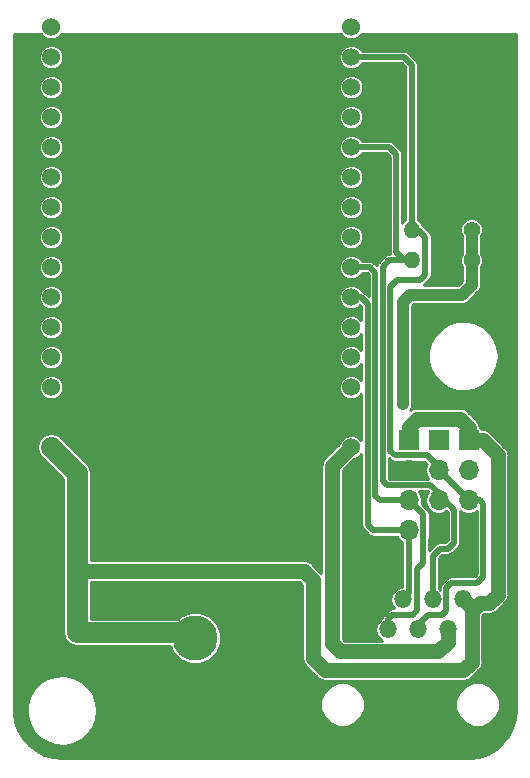
<source format=gbr>
G04 #@! TF.GenerationSoftware,KiCad,Pcbnew,5.0.2-bee76a0~70~ubuntu18.04.1*
G04 #@! TF.CreationDate,2019-09-06T11:31:54+02:00*
G04 #@! TF.ProjectId,respira_fiware,72657370-6972-4615-9f66-69776172652e,1.0*
G04 #@! TF.SameCoordinates,Original*
G04 #@! TF.FileFunction,Copper,L1,Top*
G04 #@! TF.FilePolarity,Positive*
%FSLAX46Y46*%
G04 Gerber Fmt 4.6, Leading zero omitted, Abs format (unit mm)*
G04 Created by KiCad (PCBNEW 5.0.2-bee76a0~70~ubuntu18.04.1) date vie 06 sep 2019 11:31:54 CEST*
%MOMM*%
%LPD*%
G01*
G04 APERTURE LIST*
G04 #@! TA.AperFunction,ComponentPad*
%ADD10C,3.810000*%
G04 #@! TD*
G04 #@! TA.AperFunction,ComponentPad*
%ADD11C,1.600000*%
G04 #@! TD*
G04 #@! TA.AperFunction,ComponentPad*
%ADD12O,1.700000X1.700000*%
G04 #@! TD*
G04 #@! TA.AperFunction,ComponentPad*
%ADD13R,1.700000X1.700000*%
G04 #@! TD*
G04 #@! TA.AperFunction,ComponentPad*
%ADD14O,1.496060X1.496060*%
G04 #@! TD*
G04 #@! TA.AperFunction,ComponentPad*
%ADD15C,1.400000*%
G04 #@! TD*
G04 #@! TA.AperFunction,ComponentPad*
%ADD16O,1.400000X1.400000*%
G04 #@! TD*
G04 #@! TA.AperFunction,ComponentPad*
%ADD17C,1.524000*%
G04 #@! TD*
G04 #@! TA.AperFunction,ViaPad*
%ADD18C,0.876300*%
G04 #@! TD*
G04 #@! TA.AperFunction,Conductor*
%ADD19C,1.778000*%
G04 #@! TD*
G04 #@! TA.AperFunction,Conductor*
%ADD20C,1.270000*%
G04 #@! TD*
G04 #@! TA.AperFunction,Conductor*
%ADD21C,1.016000*%
G04 #@! TD*
G04 #@! TA.AperFunction,Conductor*
%ADD22C,0.508000*%
G04 #@! TD*
G04 #@! TA.AperFunction,Conductor*
%ADD23C,0.254000*%
G04 #@! TD*
G04 APERTURE END LIST*
D10*
G04 #@! TO.P,J1,1*
G04 #@! TO.N,+5V*
X84682860Y-109374600D03*
G04 #@! TO.P,J1,2*
G04 #@! TO.N,GND*
X89684120Y-109374600D03*
G04 #@! TD*
D11*
G04 #@! TO.P,C1,1*
G04 #@! TO.N,+5V*
X74700000Y-108900000D03*
G04 #@! TO.P,C1,2*
G04 #@! TO.N,GND*
X72200000Y-108900000D03*
G04 #@! TD*
G04 #@! TO.P,C2,2*
G04 #@! TO.N,GND*
X72200000Y-105600000D03*
G04 #@! TO.P,C2,1*
G04 #@! TO.N,+5V*
X74700000Y-105600000D03*
G04 #@! TD*
D12*
G04 #@! TO.P,J2,4*
G04 #@! TO.N,/RXD2*
X102776248Y-100252448D03*
G04 #@! TO.P,J2,3*
G04 #@! TO.N,/TXD2*
X102776248Y-97712448D03*
G04 #@! TO.P,J2,2*
G04 #@! TO.N,GND*
X102776248Y-95172448D03*
D13*
G04 #@! TO.P,J2,1*
G04 #@! TO.N,+5V*
X102776248Y-92632448D03*
G04 #@! TD*
G04 #@! TO.P,J3,1*
G04 #@! TO.N,Net-(J3-Pad1)*
X105316248Y-92632448D03*
D12*
G04 #@! TO.P,J3,2*
G04 #@! TO.N,/I2C_SCL*
X105316248Y-95172448D03*
G04 #@! TO.P,J3,3*
G04 #@! TO.N,/I2C_SDA*
X105316248Y-97712448D03*
G04 #@! TO.P,J3,4*
G04 #@! TO.N,GND*
X105316248Y-100252448D03*
G04 #@! TD*
D14*
G04 #@! TO.P,J4,8*
G04 #@! TO.N,+5V*
X107345000Y-106110000D03*
G04 #@! TO.P,J4,7*
G04 #@! TO.N,+3V3*
X106075000Y-108650000D03*
G04 #@! TO.P,J4,6*
G04 #@! TO.N,/I2C_SDA*
X104805000Y-106110000D03*
G04 #@! TO.P,J4,4*
G04 #@! TO.N,/RXD2*
X102265000Y-106110000D03*
G04 #@! TO.P,J4,2*
G04 #@! TO.N,GND*
X99725000Y-106110000D03*
G04 #@! TO.P,J4,5*
G04 #@! TO.N,/I2C_SCL*
X103535000Y-108650000D03*
G04 #@! TO.P,J4,3*
G04 #@! TO.N,/TXD2*
X100995000Y-108650000D03*
G04 #@! TO.P,J4,1*
G04 #@! TO.N,GND*
X98455000Y-108650000D03*
G04 #@! TD*
D13*
G04 #@! TO.P,J5,1*
G04 #@! TO.N,+5V*
X107856248Y-92632448D03*
D12*
G04 #@! TO.P,J5,2*
G04 #@! TO.N,/I2C_SDA*
X107856248Y-95172448D03*
G04 #@! TO.P,J5,3*
G04 #@! TO.N,/I2C_SCL*
X107856248Y-97712448D03*
G04 #@! TO.P,J5,4*
G04 #@! TO.N,GND*
X107856248Y-100252448D03*
G04 #@! TO.P,J5,5*
X107856248Y-102792448D03*
G04 #@! TD*
D15*
G04 #@! TO.P,R1,1*
G04 #@! TO.N,+3V3*
X108100000Y-74800000D03*
D16*
G04 #@! TO.P,R1,2*
G04 #@! TO.N,/I2C_SCL*
X103020000Y-74800000D03*
G04 #@! TD*
G04 #@! TO.P,R2,2*
G04 #@! TO.N,/I2C_SDA*
X103020000Y-77400000D03*
D15*
G04 #@! TO.P,R2,1*
G04 #@! TO.N,+3V3*
X108100000Y-77400000D03*
G04 #@! TD*
D17*
G04 #@! TO.P,U1,1*
G04 #@! TO.N,Net-(U1-Pad1)*
X72500000Y-57650000D03*
G04 #@! TO.P,U1,2*
G04 #@! TO.N,Net-(U1-Pad2)*
X72500000Y-60190000D03*
G04 #@! TO.P,U1,3*
G04 #@! TO.N,Net-(U1-Pad3)*
X72500000Y-62730000D03*
G04 #@! TO.P,U1,4*
G04 #@! TO.N,Net-(U1-Pad4)*
X72500000Y-65270000D03*
G04 #@! TO.P,U1,5*
G04 #@! TO.N,Net-(U1-Pad5)*
X72500000Y-67810000D03*
G04 #@! TO.P,U1,6*
G04 #@! TO.N,Net-(U1-Pad6)*
X72500000Y-70350000D03*
G04 #@! TO.P,U1,7*
G04 #@! TO.N,Net-(U1-Pad7)*
X72500000Y-72890000D03*
G04 #@! TO.P,U1,8*
G04 #@! TO.N,Net-(U1-Pad8)*
X72500000Y-75430000D03*
G04 #@! TO.P,U1,9*
G04 #@! TO.N,Net-(U1-Pad9)*
X72500000Y-77970000D03*
G04 #@! TO.P,U1,10*
G04 #@! TO.N,Net-(U1-Pad10)*
X72500000Y-80510000D03*
G04 #@! TO.P,U1,11*
G04 #@! TO.N,Net-(U1-Pad11)*
X72500000Y-83050000D03*
G04 #@! TO.P,U1,12*
G04 #@! TO.N,Net-(U1-Pad12)*
X72500000Y-85590000D03*
G04 #@! TO.P,U1,13*
G04 #@! TO.N,Net-(U1-Pad13)*
X72500000Y-88130000D03*
G04 #@! TO.P,U1,14*
G04 #@! TO.N,GND*
X72500000Y-90670000D03*
G04 #@! TO.P,U1,15*
G04 #@! TO.N,+5V*
X72500000Y-93210000D03*
G04 #@! TO.P,U1,16*
G04 #@! TO.N,+3V3*
X97900000Y-93210000D03*
G04 #@! TO.P,U1,17*
G04 #@! TO.N,GND*
X97900000Y-90670000D03*
G04 #@! TO.P,U1,18*
G04 #@! TO.N,Net-(U1-Pad18)*
X97900000Y-88130000D03*
G04 #@! TO.P,U1,19*
G04 #@! TO.N,Net-(U1-Pad19)*
X97900000Y-85590000D03*
G04 #@! TO.P,U1,20*
G04 #@! TO.N,Net-(U1-Pad20)*
X97900000Y-83050000D03*
G04 #@! TO.P,U1,21*
G04 #@! TO.N,/RXD2*
X97900000Y-80510000D03*
G04 #@! TO.P,U1,22*
G04 #@! TO.N,/TXD2*
X97900000Y-77970000D03*
G04 #@! TO.P,U1,23*
G04 #@! TO.N,Net-(U1-Pad23)*
X97900000Y-75430000D03*
G04 #@! TO.P,U1,24*
G04 #@! TO.N,Net-(U1-Pad24)*
X97900000Y-72890000D03*
G04 #@! TO.P,U1,25*
G04 #@! TO.N,Net-(U1-Pad25)*
X97900000Y-70350000D03*
G04 #@! TO.P,U1,26*
G04 #@! TO.N,/I2C_SDA*
X97900000Y-67810000D03*
G04 #@! TO.P,U1,27*
G04 #@! TO.N,/RXD0*
X97900000Y-65270000D03*
G04 #@! TO.P,U1,28*
G04 #@! TO.N,/TXD0*
X97900000Y-62730000D03*
G04 #@! TO.P,U1,29*
G04 #@! TO.N,/I2C_SCL*
X97900000Y-60190000D03*
G04 #@! TO.P,U1,30*
G04 #@! TO.N,Net-(U1-Pad30)*
X97900000Y-57650000D03*
G04 #@! TD*
D18*
G04 #@! TO.N,+3V3*
X102300000Y-89600000D03*
G04 #@! TD*
D19*
G04 #@! TO.N,+5V*
X74700000Y-108900000D02*
X74700000Y-105600000D01*
D20*
X93900000Y-103700000D02*
X94700000Y-104500000D01*
X94700000Y-104500000D02*
X94700000Y-111100000D01*
X94700000Y-111100000D02*
X95700000Y-112100000D01*
X95700000Y-112100000D02*
X107400000Y-112100000D01*
X107400000Y-112100000D02*
X108100000Y-111400000D01*
X108100000Y-106865000D02*
X107345000Y-106110000D01*
X108100000Y-107600000D02*
X108100000Y-107300000D01*
X108100000Y-107600000D02*
X108100000Y-106865000D01*
X108100000Y-110300000D02*
X108100000Y-107600000D01*
X108100000Y-111400000D02*
X108100000Y-110300000D01*
X102776248Y-92632448D02*
X102776248Y-91523752D01*
X102776248Y-91523752D02*
X103500000Y-90800000D01*
X103500000Y-90800000D02*
X107100000Y-90800000D01*
X107856248Y-91556248D02*
X107856248Y-92632448D01*
X107100000Y-90800000D02*
X107856248Y-91556248D01*
X108100000Y-107100000D02*
X108100000Y-110300000D01*
X110300000Y-93900000D02*
X110300000Y-105700000D01*
X107856248Y-92632448D02*
X109032448Y-92632448D01*
X110300000Y-105700000D02*
X109600000Y-106400000D01*
X108800000Y-106400000D02*
X108100000Y-107100000D01*
X109032448Y-92632448D02*
X110300000Y-93900000D01*
X109600000Y-106400000D02*
X108800000Y-106400000D01*
D19*
X74700000Y-95410000D02*
X72500000Y-93210000D01*
D20*
X74800000Y-103700000D02*
X74700000Y-103800000D01*
X93900000Y-103700000D02*
X74800000Y-103700000D01*
D19*
X74700000Y-105600000D02*
X74700000Y-103800000D01*
X74700000Y-103800000D02*
X74700000Y-95410000D01*
X84208260Y-108900000D02*
X84682860Y-109374600D01*
X74700000Y-108900000D02*
X84208260Y-108900000D01*
D20*
G04 #@! TO.N,+3V3*
X97900000Y-93210000D02*
X97890000Y-93210000D01*
X97890000Y-93210000D02*
X96300000Y-94800000D01*
X96300000Y-94800000D02*
X96300000Y-109800000D01*
X96300000Y-109800000D02*
X97000000Y-110500000D01*
X97000000Y-110500000D02*
X105300000Y-110500000D01*
X106075000Y-109725000D02*
X106075000Y-108650000D01*
X105300000Y-110500000D02*
X106075000Y-109725000D01*
D21*
X102300000Y-89600000D02*
X102300000Y-80900000D01*
X102300000Y-80900000D02*
X102900000Y-80300000D01*
X102900000Y-80300000D02*
X107300000Y-80300000D01*
X108100000Y-79500000D02*
X108100000Y-77400000D01*
X107300000Y-80300000D02*
X108100000Y-79500000D01*
X108100000Y-77400000D02*
X108100000Y-74800000D01*
D22*
G04 #@! TO.N,/RXD2*
X97900000Y-80510000D02*
X98710000Y-80510000D01*
X98710000Y-80510000D02*
X99300000Y-81100000D01*
X99300000Y-81100000D02*
X99300000Y-99800000D01*
X99752448Y-100252448D02*
X102776248Y-100252448D01*
X99300000Y-99800000D02*
X99752448Y-100252448D01*
X102776248Y-105598752D02*
X102265000Y-106110000D01*
X102776248Y-100252448D02*
X102776248Y-105598752D01*
G04 #@! TO.N,/TXD2*
X99470000Y-77970000D02*
X97900000Y-77970000D01*
X99935010Y-97335010D02*
X99935010Y-78435010D01*
X102776248Y-97712448D02*
X100312448Y-97712448D01*
X99935010Y-78435010D02*
X99470000Y-77970000D01*
X100312448Y-97712448D02*
X99935010Y-97335010D01*
X102776248Y-97712448D02*
X102812448Y-97712448D01*
X104007249Y-98907249D02*
X104007249Y-100892751D01*
X102812448Y-97712448D02*
X104007249Y-98907249D01*
X104007249Y-100892751D02*
X104000000Y-100900000D01*
X104000000Y-100900000D02*
X104000000Y-103000000D01*
X104000000Y-103000000D02*
X103500000Y-103500000D01*
X103500000Y-103500000D02*
X103500000Y-107000000D01*
X103500000Y-107000000D02*
X103100000Y-107400000D01*
X103100000Y-107400000D02*
X101400000Y-107400000D01*
X100995000Y-107805000D02*
X100995000Y-108650000D01*
X101400000Y-107400000D02*
X100995000Y-107805000D01*
G04 #@! TO.N,/I2C_SCL*
X105316248Y-95172448D02*
X107856248Y-97712448D01*
X103020000Y-74800000D02*
X103020000Y-60820000D01*
X102390000Y-60190000D02*
X97900000Y-60190000D01*
X103020000Y-60820000D02*
X102390000Y-60190000D01*
X105316248Y-95172448D02*
X105316248Y-94916248D01*
X105316248Y-94916248D02*
X104300000Y-93900000D01*
X101600000Y-93900000D02*
X101205030Y-93505030D01*
X104300000Y-93900000D02*
X101600000Y-93900000D01*
X101205030Y-93505030D02*
X101205030Y-79694970D01*
X101205030Y-79694970D02*
X101800000Y-79100000D01*
X101800000Y-79100000D02*
X103700000Y-79100000D01*
X103700000Y-79100000D02*
X104200000Y-78600000D01*
X104200000Y-78600000D02*
X104200000Y-75400000D01*
X103600000Y-74800000D02*
X103020000Y-74800000D01*
X104200000Y-75400000D02*
X103600000Y-74800000D01*
X107856248Y-97712448D02*
X108812448Y-97712448D01*
X108812448Y-97712448D02*
X109100000Y-98000000D01*
X109087249Y-102912751D02*
X109087249Y-104212751D01*
X109100000Y-98000000D02*
X109100000Y-102900000D01*
X109100000Y-102900000D02*
X109087249Y-102912751D01*
X109087249Y-104212751D02*
X108600000Y-104700000D01*
X108600000Y-104700000D02*
X106400000Y-104700000D01*
X105934031Y-105165969D02*
X105934031Y-107065969D01*
X106400000Y-104700000D02*
X105934031Y-105165969D01*
X105934031Y-107065969D02*
X105600000Y-107400000D01*
X103535000Y-108265000D02*
X103535000Y-108650000D01*
X104400000Y-107400000D02*
X103535000Y-108265000D01*
X105600000Y-107400000D02*
X104400000Y-107400000D01*
G04 #@! TO.N,/I2C_SDA*
X103020000Y-77400000D02*
X102400000Y-77400000D01*
X102400000Y-77400000D02*
X101700000Y-76700000D01*
X101700000Y-76700000D02*
X101700000Y-68400000D01*
X101110000Y-67810000D02*
X97900000Y-67810000D01*
X101700000Y-68400000D02*
X101110000Y-67810000D01*
X101100000Y-77400000D02*
X103020000Y-77400000D01*
X105316248Y-97116248D02*
X104603449Y-96403449D01*
X104603449Y-96403449D02*
X100903449Y-96403449D01*
X100903449Y-96403449D02*
X100570020Y-96070020D01*
X105316248Y-97712448D02*
X105316248Y-97116248D01*
X100570020Y-96070020D02*
X100570020Y-77929980D01*
X100570020Y-77929980D02*
X101100000Y-77400000D01*
X104805000Y-102395000D02*
X104805000Y-106110000D01*
X105400000Y-101800000D02*
X104805000Y-102395000D01*
X105812448Y-97712448D02*
X106600000Y-98500000D01*
X106600000Y-98500000D02*
X106600000Y-101300000D01*
X105316248Y-97712448D02*
X105812448Y-97712448D01*
X106600000Y-101300000D02*
X106100000Y-101800000D01*
X106100000Y-101800000D02*
X105400000Y-101800000D01*
G04 #@! TD*
D23*
G04 #@! TO.N,GND*
G36*
X71617144Y-58239906D02*
X71910094Y-58532856D01*
X72292853Y-58691400D01*
X72707147Y-58691400D01*
X73089906Y-58532856D01*
X73382856Y-58239906D01*
X73388202Y-58227000D01*
X97011798Y-58227000D01*
X97017144Y-58239906D01*
X97310094Y-58532856D01*
X97692853Y-58691400D01*
X98107147Y-58691400D01*
X98489906Y-58532856D01*
X98782856Y-58239906D01*
X98788202Y-58227000D01*
X111830101Y-58227000D01*
X111830100Y-115477632D01*
X111755296Y-116261672D01*
X111539909Y-116995857D01*
X111189577Y-117676070D01*
X110716940Y-118277764D01*
X110139049Y-118779231D01*
X109476765Y-119162372D01*
X108753976Y-119413367D01*
X107980233Y-119525555D01*
X107794249Y-119530100D01*
X73422368Y-119530100D01*
X72638328Y-119455296D01*
X71904143Y-119239909D01*
X71223930Y-118889577D01*
X70622236Y-118416940D01*
X70120769Y-117839049D01*
X69737628Y-117176765D01*
X69486633Y-116453976D01*
X69374445Y-115680233D01*
X69369900Y-115494249D01*
X69369900Y-115125266D01*
X70433676Y-115125266D01*
X70433676Y-115874734D01*
X70620061Y-116600656D01*
X70981120Y-117257419D01*
X71494166Y-117803758D01*
X72126962Y-118205342D01*
X72839749Y-118436941D01*
X73587737Y-118484000D01*
X74323930Y-118343564D01*
X75002069Y-118024456D01*
X75579543Y-117546727D01*
X76020069Y-116940395D01*
X76295967Y-116243558D01*
X76389900Y-115500000D01*
X76295967Y-114756442D01*
X76244471Y-114626377D01*
X95306670Y-114626377D01*
X95306670Y-115373623D01*
X95592628Y-116063989D01*
X96121011Y-116592372D01*
X96811377Y-116878330D01*
X97558623Y-116878330D01*
X98248989Y-116592372D01*
X98777372Y-116063989D01*
X99063330Y-115373623D01*
X99063330Y-114626377D01*
X106736670Y-114626377D01*
X106736670Y-115373623D01*
X107022628Y-116063989D01*
X107551011Y-116592372D01*
X108241377Y-116878330D01*
X108988623Y-116878330D01*
X109678989Y-116592372D01*
X110207372Y-116063989D01*
X110493330Y-115373623D01*
X110493330Y-114626377D01*
X110207372Y-113936011D01*
X109678989Y-113407628D01*
X108988623Y-113121670D01*
X108241377Y-113121670D01*
X107551011Y-113407628D01*
X107022628Y-113936011D01*
X106736670Y-114626377D01*
X99063330Y-114626377D01*
X98777372Y-113936011D01*
X98248989Y-113407628D01*
X97558623Y-113121670D01*
X96811377Y-113121670D01*
X96121011Y-113407628D01*
X95592628Y-113936011D01*
X95306670Y-114626377D01*
X76244471Y-114626377D01*
X76020069Y-114059605D01*
X75579543Y-113453273D01*
X75002069Y-112975544D01*
X74323930Y-112656436D01*
X73587737Y-112516000D01*
X72839749Y-112563059D01*
X72126962Y-112794658D01*
X71494166Y-113196242D01*
X70981120Y-113742581D01*
X70620061Y-114399344D01*
X70433676Y-115125266D01*
X69369900Y-115125266D01*
X69369900Y-93210000D01*
X71308711Y-93210000D01*
X71399392Y-93665886D01*
X71592447Y-93954813D01*
X73531601Y-95893968D01*
X73531600Y-103915074D01*
X73531601Y-103915078D01*
X73531600Y-105715074D01*
X73531601Y-105715079D01*
X73531600Y-108784924D01*
X73508710Y-108900000D01*
X73599392Y-109355887D01*
X73774408Y-109617817D01*
X73857631Y-109742369D01*
X74244113Y-110000608D01*
X74700000Y-110091290D01*
X74815075Y-110068400D01*
X82605864Y-110068400D01*
X82831015Y-110611963D01*
X83445497Y-111226445D01*
X84248356Y-111559000D01*
X85117364Y-111559000D01*
X85920223Y-111226445D01*
X86534705Y-110611963D01*
X86867260Y-109809104D01*
X86867260Y-108940096D01*
X86534705Y-108137237D01*
X85920223Y-107522755D01*
X85117364Y-107190200D01*
X84248356Y-107190200D01*
X83445497Y-107522755D01*
X83236652Y-107731600D01*
X75868400Y-107731600D01*
X75868400Y-104614400D01*
X93521244Y-104614400D01*
X93785600Y-104878757D01*
X93785601Y-111009936D01*
X93767686Y-111100000D01*
X93819672Y-111361346D01*
X93838655Y-111456781D01*
X94040755Y-111759246D01*
X94117105Y-111810262D01*
X94989738Y-112682895D01*
X95040754Y-112759246D01*
X95224673Y-112882136D01*
X95343218Y-112961346D01*
X95700000Y-113032314D01*
X95790060Y-113014400D01*
X107309941Y-113014400D01*
X107400000Y-113032314D01*
X107490059Y-113014400D01*
X107490060Y-113014400D01*
X107756781Y-112961346D01*
X108059246Y-112759246D01*
X108110264Y-112682893D01*
X108682895Y-112110262D01*
X108759246Y-112059246D01*
X108961346Y-111756781D01*
X109014400Y-111490060D01*
X109014400Y-111490059D01*
X109032314Y-111400001D01*
X109014400Y-111309942D01*
X109014400Y-107478756D01*
X109178757Y-107314400D01*
X109509941Y-107314400D01*
X109600000Y-107332314D01*
X109690059Y-107314400D01*
X109690060Y-107314400D01*
X109956781Y-107261346D01*
X110259246Y-107059246D01*
X110310264Y-106982893D01*
X110882895Y-106410262D01*
X110959246Y-106359246D01*
X111161346Y-106056781D01*
X111214400Y-105790060D01*
X111232314Y-105700001D01*
X111214400Y-105609942D01*
X111214400Y-93990058D01*
X111232314Y-93899999D01*
X111211010Y-93792897D01*
X111161346Y-93543219D01*
X110959246Y-93240754D01*
X110882895Y-93189738D01*
X109742712Y-92049556D01*
X109691694Y-91973202D01*
X109389229Y-91771102D01*
X109122508Y-91718048D01*
X109122507Y-91718048D01*
X109032448Y-91700134D01*
X108976944Y-91711175D01*
X108969436Y-91673432D01*
X108907684Y-91581012D01*
X108815264Y-91519260D01*
X108779802Y-91512206D01*
X108754080Y-91382896D01*
X108717594Y-91199467D01*
X108515494Y-90897002D01*
X108439143Y-90845986D01*
X107810264Y-90217107D01*
X107759246Y-90140754D01*
X107456781Y-89938654D01*
X107190060Y-89885600D01*
X107190059Y-89885600D01*
X107100000Y-89867686D01*
X107009941Y-89885600D01*
X103590059Y-89885600D01*
X103500000Y-89867686D01*
X103409941Y-89885600D01*
X103409940Y-89885600D01*
X103143219Y-89938654D01*
X102921912Y-90086526D01*
X103041715Y-89907228D01*
X103087400Y-89677552D01*
X103087400Y-85125266D01*
X104433676Y-85125266D01*
X104433676Y-85874734D01*
X104620061Y-86600656D01*
X104981120Y-87257419D01*
X105494166Y-87803758D01*
X106126962Y-88205342D01*
X106839749Y-88436941D01*
X107587737Y-88484000D01*
X108323930Y-88343564D01*
X109002069Y-88024456D01*
X109579543Y-87546727D01*
X110020069Y-86940395D01*
X110295967Y-86243558D01*
X110389900Y-85500000D01*
X110295967Y-84756442D01*
X110020069Y-84059605D01*
X109579543Y-83453273D01*
X109002069Y-82975544D01*
X108323930Y-82656436D01*
X107587737Y-82516000D01*
X106839749Y-82563059D01*
X106126962Y-82794658D01*
X105494166Y-83196242D01*
X104981120Y-83742581D01*
X104620061Y-84399344D01*
X104433676Y-85125266D01*
X103087400Y-85125266D01*
X103087400Y-81226151D01*
X103226152Y-81087400D01*
X107222449Y-81087400D01*
X107300000Y-81102826D01*
X107377551Y-81087400D01*
X107377552Y-81087400D01*
X107607228Y-81041715D01*
X107867684Y-80867684D01*
X107911616Y-80801935D01*
X108601938Y-80111614D01*
X108667684Y-80067684D01*
X108841715Y-79807228D01*
X108887400Y-79577552D01*
X108887400Y-79577551D01*
X108902826Y-79500000D01*
X108887400Y-79422449D01*
X108887400Y-77997682D01*
X108930296Y-77954786D01*
X109079400Y-77594815D01*
X109079400Y-77205185D01*
X108930296Y-76845214D01*
X108887400Y-76802318D01*
X108887400Y-75397682D01*
X108930296Y-75354786D01*
X109079400Y-74994815D01*
X109079400Y-74605185D01*
X108930296Y-74245214D01*
X108654786Y-73969704D01*
X108294815Y-73820600D01*
X107905185Y-73820600D01*
X107545214Y-73969704D01*
X107269704Y-74245214D01*
X107120600Y-74605185D01*
X107120600Y-74994815D01*
X107269704Y-75354786D01*
X107312601Y-75397683D01*
X107312600Y-76802318D01*
X107269704Y-76845214D01*
X107120600Y-77205185D01*
X107120600Y-77594815D01*
X107269704Y-77954786D01*
X107312601Y-77997683D01*
X107312600Y-79173848D01*
X106973849Y-79512600D01*
X104042593Y-79512600D01*
X104084559Y-79484559D01*
X104114317Y-79440023D01*
X104540026Y-79014315D01*
X104584559Y-78984559D01*
X104702451Y-78808122D01*
X104733400Y-78652531D01*
X104733400Y-78652527D01*
X104743848Y-78600000D01*
X104733400Y-78547473D01*
X104733400Y-75452525D01*
X104743848Y-75399999D01*
X104733400Y-75347473D01*
X104733400Y-75347469D01*
X104702451Y-75191878D01*
X104584559Y-75015441D01*
X104540025Y-74985684D01*
X104014317Y-74459977D01*
X103984559Y-74415441D01*
X103905794Y-74362812D01*
X103726108Y-74093892D01*
X103553400Y-73978492D01*
X103553400Y-60872527D01*
X103563848Y-60820000D01*
X103553400Y-60767473D01*
X103553400Y-60767469D01*
X103522451Y-60611878D01*
X103497515Y-60574559D01*
X103434316Y-60479974D01*
X103434313Y-60479971D01*
X103404559Y-60435441D01*
X103360028Y-60405686D01*
X102804317Y-59849977D01*
X102774559Y-59805441D01*
X102598122Y-59687549D01*
X102442531Y-59656600D01*
X102442526Y-59656600D01*
X102390000Y-59646152D01*
X102337474Y-59656600D01*
X98806262Y-59656600D01*
X98782856Y-59600094D01*
X98489906Y-59307144D01*
X98107147Y-59148600D01*
X97692853Y-59148600D01*
X97310094Y-59307144D01*
X97017144Y-59600094D01*
X96858600Y-59982853D01*
X96858600Y-60397147D01*
X97017144Y-60779906D01*
X97310094Y-61072856D01*
X97692853Y-61231400D01*
X98107147Y-61231400D01*
X98489906Y-61072856D01*
X98782856Y-60779906D01*
X98806262Y-60723400D01*
X102169059Y-60723400D01*
X102486601Y-61040942D01*
X102486600Y-73978492D01*
X102313892Y-74093892D01*
X102233400Y-74214357D01*
X102233400Y-68452525D01*
X102243848Y-68399999D01*
X102233400Y-68347473D01*
X102233400Y-68347469D01*
X102202451Y-68191878D01*
X102084559Y-68015441D01*
X102040025Y-67985684D01*
X101524317Y-67469977D01*
X101494559Y-67425441D01*
X101318122Y-67307549D01*
X101162531Y-67276600D01*
X101162526Y-67276600D01*
X101110000Y-67266152D01*
X101057474Y-67276600D01*
X98806262Y-67276600D01*
X98782856Y-67220094D01*
X98489906Y-66927144D01*
X98107147Y-66768600D01*
X97692853Y-66768600D01*
X97310094Y-66927144D01*
X97017144Y-67220094D01*
X96858600Y-67602853D01*
X96858600Y-68017147D01*
X97017144Y-68399906D01*
X97310094Y-68692856D01*
X97692853Y-68851400D01*
X98107147Y-68851400D01*
X98489906Y-68692856D01*
X98782856Y-68399906D01*
X98806262Y-68343400D01*
X100889060Y-68343400D01*
X101166601Y-68620942D01*
X101166600Y-76647474D01*
X101156152Y-76700000D01*
X101166600Y-76752526D01*
X101166600Y-76752530D01*
X101189290Y-76866600D01*
X101152527Y-76866600D01*
X101100000Y-76856152D01*
X101047473Y-76866600D01*
X101047469Y-76866600D01*
X100891878Y-76897549D01*
X100715441Y-77015441D01*
X100685686Y-77059973D01*
X100229995Y-77515665D01*
X100185462Y-77545421D01*
X100155706Y-77589954D01*
X100155705Y-77589955D01*
X100067570Y-77721858D01*
X100052411Y-77798070D01*
X99884317Y-77629977D01*
X99854559Y-77585441D01*
X99678122Y-77467549D01*
X99522531Y-77436600D01*
X99522526Y-77436600D01*
X99470000Y-77426152D01*
X99417474Y-77436600D01*
X98806262Y-77436600D01*
X98782856Y-77380094D01*
X98489906Y-77087144D01*
X98107147Y-76928600D01*
X97692853Y-76928600D01*
X97310094Y-77087144D01*
X97017144Y-77380094D01*
X96858600Y-77762853D01*
X96858600Y-78177147D01*
X97017144Y-78559906D01*
X97310094Y-78852856D01*
X97692853Y-79011400D01*
X98107147Y-79011400D01*
X98489906Y-78852856D01*
X98782856Y-78559906D01*
X98806262Y-78503400D01*
X99249059Y-78503400D01*
X99401611Y-78655952D01*
X99401611Y-80447270D01*
X99124317Y-80169977D01*
X99094559Y-80125441D01*
X98918122Y-80007549D01*
X98810188Y-79986080D01*
X98782856Y-79920094D01*
X98489906Y-79627144D01*
X98107147Y-79468600D01*
X97692853Y-79468600D01*
X97310094Y-79627144D01*
X97017144Y-79920094D01*
X96858600Y-80302853D01*
X96858600Y-80717147D01*
X97017144Y-81099906D01*
X97310094Y-81392856D01*
X97692853Y-81551400D01*
X98107147Y-81551400D01*
X98489906Y-81392856D01*
X98664211Y-81218551D01*
X98766600Y-81320941D01*
X98766600Y-82443838D01*
X98489906Y-82167144D01*
X98107147Y-82008600D01*
X97692853Y-82008600D01*
X97310094Y-82167144D01*
X97017144Y-82460094D01*
X96858600Y-82842853D01*
X96858600Y-83257147D01*
X97017144Y-83639906D01*
X97310094Y-83932856D01*
X97692853Y-84091400D01*
X98107147Y-84091400D01*
X98489906Y-83932856D01*
X98766600Y-83656162D01*
X98766600Y-84983838D01*
X98489906Y-84707144D01*
X98107147Y-84548600D01*
X97692853Y-84548600D01*
X97310094Y-84707144D01*
X97017144Y-85000094D01*
X96858600Y-85382853D01*
X96858600Y-85797147D01*
X97017144Y-86179906D01*
X97310094Y-86472856D01*
X97692853Y-86631400D01*
X98107147Y-86631400D01*
X98489906Y-86472856D01*
X98766600Y-86196162D01*
X98766600Y-87523838D01*
X98489906Y-87247144D01*
X98107147Y-87088600D01*
X97692853Y-87088600D01*
X97310094Y-87247144D01*
X97017144Y-87540094D01*
X96858600Y-87922853D01*
X96858600Y-88337147D01*
X97017144Y-88719906D01*
X97310094Y-89012856D01*
X97692853Y-89171400D01*
X98107147Y-89171400D01*
X98489906Y-89012856D01*
X98766600Y-88736162D01*
X98766601Y-92603839D01*
X98489906Y-92327144D01*
X98107147Y-92168600D01*
X97692853Y-92168600D01*
X97310094Y-92327144D01*
X97017144Y-92620094D01*
X96897215Y-92909628D01*
X95717108Y-94089736D01*
X95640754Y-94140754D01*
X95438654Y-94443220D01*
X95405428Y-94610260D01*
X95367686Y-94800000D01*
X95385600Y-94890059D01*
X95385601Y-103880197D01*
X95359246Y-103840754D01*
X95282895Y-103789738D01*
X94610264Y-103117107D01*
X94559246Y-103040754D01*
X94256781Y-102838654D01*
X93990060Y-102785600D01*
X93990059Y-102785600D01*
X93900000Y-102767686D01*
X93809941Y-102785600D01*
X75868400Y-102785600D01*
X75868400Y-95525071D01*
X75891289Y-95410000D01*
X75868400Y-95294929D01*
X75868400Y-95294925D01*
X75800608Y-94954113D01*
X75542369Y-94567631D01*
X75444813Y-94502446D01*
X73244813Y-92302447D01*
X72955886Y-92109392D01*
X72500000Y-92018711D01*
X72044114Y-92109392D01*
X71657631Y-92367631D01*
X71399392Y-92754114D01*
X71308711Y-93210000D01*
X69369900Y-93210000D01*
X69369900Y-87922853D01*
X71458600Y-87922853D01*
X71458600Y-88337147D01*
X71617144Y-88719906D01*
X71910094Y-89012856D01*
X72292853Y-89171400D01*
X72707147Y-89171400D01*
X73089906Y-89012856D01*
X73382856Y-88719906D01*
X73541400Y-88337147D01*
X73541400Y-87922853D01*
X73382856Y-87540094D01*
X73089906Y-87247144D01*
X72707147Y-87088600D01*
X72292853Y-87088600D01*
X71910094Y-87247144D01*
X71617144Y-87540094D01*
X71458600Y-87922853D01*
X69369900Y-87922853D01*
X69369900Y-85382853D01*
X71458600Y-85382853D01*
X71458600Y-85797147D01*
X71617144Y-86179906D01*
X71910094Y-86472856D01*
X72292853Y-86631400D01*
X72707147Y-86631400D01*
X73089906Y-86472856D01*
X73382856Y-86179906D01*
X73541400Y-85797147D01*
X73541400Y-85382853D01*
X73382856Y-85000094D01*
X73089906Y-84707144D01*
X72707147Y-84548600D01*
X72292853Y-84548600D01*
X71910094Y-84707144D01*
X71617144Y-85000094D01*
X71458600Y-85382853D01*
X69369900Y-85382853D01*
X69369900Y-82842853D01*
X71458600Y-82842853D01*
X71458600Y-83257147D01*
X71617144Y-83639906D01*
X71910094Y-83932856D01*
X72292853Y-84091400D01*
X72707147Y-84091400D01*
X73089906Y-83932856D01*
X73382856Y-83639906D01*
X73541400Y-83257147D01*
X73541400Y-82842853D01*
X73382856Y-82460094D01*
X73089906Y-82167144D01*
X72707147Y-82008600D01*
X72292853Y-82008600D01*
X71910094Y-82167144D01*
X71617144Y-82460094D01*
X71458600Y-82842853D01*
X69369900Y-82842853D01*
X69369900Y-80302853D01*
X71458600Y-80302853D01*
X71458600Y-80717147D01*
X71617144Y-81099906D01*
X71910094Y-81392856D01*
X72292853Y-81551400D01*
X72707147Y-81551400D01*
X73089906Y-81392856D01*
X73382856Y-81099906D01*
X73541400Y-80717147D01*
X73541400Y-80302853D01*
X73382856Y-79920094D01*
X73089906Y-79627144D01*
X72707147Y-79468600D01*
X72292853Y-79468600D01*
X71910094Y-79627144D01*
X71617144Y-79920094D01*
X71458600Y-80302853D01*
X69369900Y-80302853D01*
X69369900Y-77762853D01*
X71458600Y-77762853D01*
X71458600Y-78177147D01*
X71617144Y-78559906D01*
X71910094Y-78852856D01*
X72292853Y-79011400D01*
X72707147Y-79011400D01*
X73089906Y-78852856D01*
X73382856Y-78559906D01*
X73541400Y-78177147D01*
X73541400Y-77762853D01*
X73382856Y-77380094D01*
X73089906Y-77087144D01*
X72707147Y-76928600D01*
X72292853Y-76928600D01*
X71910094Y-77087144D01*
X71617144Y-77380094D01*
X71458600Y-77762853D01*
X69369900Y-77762853D01*
X69369900Y-75222853D01*
X71458600Y-75222853D01*
X71458600Y-75637147D01*
X71617144Y-76019906D01*
X71910094Y-76312856D01*
X72292853Y-76471400D01*
X72707147Y-76471400D01*
X73089906Y-76312856D01*
X73382856Y-76019906D01*
X73541400Y-75637147D01*
X73541400Y-75222853D01*
X96858600Y-75222853D01*
X96858600Y-75637147D01*
X97017144Y-76019906D01*
X97310094Y-76312856D01*
X97692853Y-76471400D01*
X98107147Y-76471400D01*
X98489906Y-76312856D01*
X98782856Y-76019906D01*
X98941400Y-75637147D01*
X98941400Y-75222853D01*
X98782856Y-74840094D01*
X98489906Y-74547144D01*
X98107147Y-74388600D01*
X97692853Y-74388600D01*
X97310094Y-74547144D01*
X97017144Y-74840094D01*
X96858600Y-75222853D01*
X73541400Y-75222853D01*
X73382856Y-74840094D01*
X73089906Y-74547144D01*
X72707147Y-74388600D01*
X72292853Y-74388600D01*
X71910094Y-74547144D01*
X71617144Y-74840094D01*
X71458600Y-75222853D01*
X69369900Y-75222853D01*
X69369900Y-72682853D01*
X71458600Y-72682853D01*
X71458600Y-73097147D01*
X71617144Y-73479906D01*
X71910094Y-73772856D01*
X72292853Y-73931400D01*
X72707147Y-73931400D01*
X73089906Y-73772856D01*
X73382856Y-73479906D01*
X73541400Y-73097147D01*
X73541400Y-72682853D01*
X96858600Y-72682853D01*
X96858600Y-73097147D01*
X97017144Y-73479906D01*
X97310094Y-73772856D01*
X97692853Y-73931400D01*
X98107147Y-73931400D01*
X98489906Y-73772856D01*
X98782856Y-73479906D01*
X98941400Y-73097147D01*
X98941400Y-72682853D01*
X98782856Y-72300094D01*
X98489906Y-72007144D01*
X98107147Y-71848600D01*
X97692853Y-71848600D01*
X97310094Y-72007144D01*
X97017144Y-72300094D01*
X96858600Y-72682853D01*
X73541400Y-72682853D01*
X73382856Y-72300094D01*
X73089906Y-72007144D01*
X72707147Y-71848600D01*
X72292853Y-71848600D01*
X71910094Y-72007144D01*
X71617144Y-72300094D01*
X71458600Y-72682853D01*
X69369900Y-72682853D01*
X69369900Y-70142853D01*
X71458600Y-70142853D01*
X71458600Y-70557147D01*
X71617144Y-70939906D01*
X71910094Y-71232856D01*
X72292853Y-71391400D01*
X72707147Y-71391400D01*
X73089906Y-71232856D01*
X73382856Y-70939906D01*
X73541400Y-70557147D01*
X73541400Y-70142853D01*
X96858600Y-70142853D01*
X96858600Y-70557147D01*
X97017144Y-70939906D01*
X97310094Y-71232856D01*
X97692853Y-71391400D01*
X98107147Y-71391400D01*
X98489906Y-71232856D01*
X98782856Y-70939906D01*
X98941400Y-70557147D01*
X98941400Y-70142853D01*
X98782856Y-69760094D01*
X98489906Y-69467144D01*
X98107147Y-69308600D01*
X97692853Y-69308600D01*
X97310094Y-69467144D01*
X97017144Y-69760094D01*
X96858600Y-70142853D01*
X73541400Y-70142853D01*
X73382856Y-69760094D01*
X73089906Y-69467144D01*
X72707147Y-69308600D01*
X72292853Y-69308600D01*
X71910094Y-69467144D01*
X71617144Y-69760094D01*
X71458600Y-70142853D01*
X69369900Y-70142853D01*
X69369900Y-67602853D01*
X71458600Y-67602853D01*
X71458600Y-68017147D01*
X71617144Y-68399906D01*
X71910094Y-68692856D01*
X72292853Y-68851400D01*
X72707147Y-68851400D01*
X73089906Y-68692856D01*
X73382856Y-68399906D01*
X73541400Y-68017147D01*
X73541400Y-67602853D01*
X73382856Y-67220094D01*
X73089906Y-66927144D01*
X72707147Y-66768600D01*
X72292853Y-66768600D01*
X71910094Y-66927144D01*
X71617144Y-67220094D01*
X71458600Y-67602853D01*
X69369900Y-67602853D01*
X69369900Y-65062853D01*
X71458600Y-65062853D01*
X71458600Y-65477147D01*
X71617144Y-65859906D01*
X71910094Y-66152856D01*
X72292853Y-66311400D01*
X72707147Y-66311400D01*
X73089906Y-66152856D01*
X73382856Y-65859906D01*
X73541400Y-65477147D01*
X73541400Y-65062853D01*
X96858600Y-65062853D01*
X96858600Y-65477147D01*
X97017144Y-65859906D01*
X97310094Y-66152856D01*
X97692853Y-66311400D01*
X98107147Y-66311400D01*
X98489906Y-66152856D01*
X98782856Y-65859906D01*
X98941400Y-65477147D01*
X98941400Y-65062853D01*
X98782856Y-64680094D01*
X98489906Y-64387144D01*
X98107147Y-64228600D01*
X97692853Y-64228600D01*
X97310094Y-64387144D01*
X97017144Y-64680094D01*
X96858600Y-65062853D01*
X73541400Y-65062853D01*
X73382856Y-64680094D01*
X73089906Y-64387144D01*
X72707147Y-64228600D01*
X72292853Y-64228600D01*
X71910094Y-64387144D01*
X71617144Y-64680094D01*
X71458600Y-65062853D01*
X69369900Y-65062853D01*
X69369900Y-62522853D01*
X71458600Y-62522853D01*
X71458600Y-62937147D01*
X71617144Y-63319906D01*
X71910094Y-63612856D01*
X72292853Y-63771400D01*
X72707147Y-63771400D01*
X73089906Y-63612856D01*
X73382856Y-63319906D01*
X73541400Y-62937147D01*
X73541400Y-62522853D01*
X96858600Y-62522853D01*
X96858600Y-62937147D01*
X97017144Y-63319906D01*
X97310094Y-63612856D01*
X97692853Y-63771400D01*
X98107147Y-63771400D01*
X98489906Y-63612856D01*
X98782856Y-63319906D01*
X98941400Y-62937147D01*
X98941400Y-62522853D01*
X98782856Y-62140094D01*
X98489906Y-61847144D01*
X98107147Y-61688600D01*
X97692853Y-61688600D01*
X97310094Y-61847144D01*
X97017144Y-62140094D01*
X96858600Y-62522853D01*
X73541400Y-62522853D01*
X73382856Y-62140094D01*
X73089906Y-61847144D01*
X72707147Y-61688600D01*
X72292853Y-61688600D01*
X71910094Y-61847144D01*
X71617144Y-62140094D01*
X71458600Y-62522853D01*
X69369900Y-62522853D01*
X69369900Y-59982853D01*
X71458600Y-59982853D01*
X71458600Y-60397147D01*
X71617144Y-60779906D01*
X71910094Y-61072856D01*
X72292853Y-61231400D01*
X72707147Y-61231400D01*
X73089906Y-61072856D01*
X73382856Y-60779906D01*
X73541400Y-60397147D01*
X73541400Y-59982853D01*
X73382856Y-59600094D01*
X73089906Y-59307144D01*
X72707147Y-59148600D01*
X72292853Y-59148600D01*
X71910094Y-59307144D01*
X71617144Y-59600094D01*
X71458600Y-59982853D01*
X69369900Y-59982853D01*
X69369900Y-58227000D01*
X71611798Y-58227000D01*
X71617144Y-58239906D01*
X71617144Y-58239906D01*
G37*
X71617144Y-58239906D02*
X71910094Y-58532856D01*
X72292853Y-58691400D01*
X72707147Y-58691400D01*
X73089906Y-58532856D01*
X73382856Y-58239906D01*
X73388202Y-58227000D01*
X97011798Y-58227000D01*
X97017144Y-58239906D01*
X97310094Y-58532856D01*
X97692853Y-58691400D01*
X98107147Y-58691400D01*
X98489906Y-58532856D01*
X98782856Y-58239906D01*
X98788202Y-58227000D01*
X111830101Y-58227000D01*
X111830100Y-115477632D01*
X111755296Y-116261672D01*
X111539909Y-116995857D01*
X111189577Y-117676070D01*
X110716940Y-118277764D01*
X110139049Y-118779231D01*
X109476765Y-119162372D01*
X108753976Y-119413367D01*
X107980233Y-119525555D01*
X107794249Y-119530100D01*
X73422368Y-119530100D01*
X72638328Y-119455296D01*
X71904143Y-119239909D01*
X71223930Y-118889577D01*
X70622236Y-118416940D01*
X70120769Y-117839049D01*
X69737628Y-117176765D01*
X69486633Y-116453976D01*
X69374445Y-115680233D01*
X69369900Y-115494249D01*
X69369900Y-115125266D01*
X70433676Y-115125266D01*
X70433676Y-115874734D01*
X70620061Y-116600656D01*
X70981120Y-117257419D01*
X71494166Y-117803758D01*
X72126962Y-118205342D01*
X72839749Y-118436941D01*
X73587737Y-118484000D01*
X74323930Y-118343564D01*
X75002069Y-118024456D01*
X75579543Y-117546727D01*
X76020069Y-116940395D01*
X76295967Y-116243558D01*
X76389900Y-115500000D01*
X76295967Y-114756442D01*
X76244471Y-114626377D01*
X95306670Y-114626377D01*
X95306670Y-115373623D01*
X95592628Y-116063989D01*
X96121011Y-116592372D01*
X96811377Y-116878330D01*
X97558623Y-116878330D01*
X98248989Y-116592372D01*
X98777372Y-116063989D01*
X99063330Y-115373623D01*
X99063330Y-114626377D01*
X106736670Y-114626377D01*
X106736670Y-115373623D01*
X107022628Y-116063989D01*
X107551011Y-116592372D01*
X108241377Y-116878330D01*
X108988623Y-116878330D01*
X109678989Y-116592372D01*
X110207372Y-116063989D01*
X110493330Y-115373623D01*
X110493330Y-114626377D01*
X110207372Y-113936011D01*
X109678989Y-113407628D01*
X108988623Y-113121670D01*
X108241377Y-113121670D01*
X107551011Y-113407628D01*
X107022628Y-113936011D01*
X106736670Y-114626377D01*
X99063330Y-114626377D01*
X98777372Y-113936011D01*
X98248989Y-113407628D01*
X97558623Y-113121670D01*
X96811377Y-113121670D01*
X96121011Y-113407628D01*
X95592628Y-113936011D01*
X95306670Y-114626377D01*
X76244471Y-114626377D01*
X76020069Y-114059605D01*
X75579543Y-113453273D01*
X75002069Y-112975544D01*
X74323930Y-112656436D01*
X73587737Y-112516000D01*
X72839749Y-112563059D01*
X72126962Y-112794658D01*
X71494166Y-113196242D01*
X70981120Y-113742581D01*
X70620061Y-114399344D01*
X70433676Y-115125266D01*
X69369900Y-115125266D01*
X69369900Y-93210000D01*
X71308711Y-93210000D01*
X71399392Y-93665886D01*
X71592447Y-93954813D01*
X73531601Y-95893968D01*
X73531600Y-103915074D01*
X73531601Y-103915078D01*
X73531600Y-105715074D01*
X73531601Y-105715079D01*
X73531600Y-108784924D01*
X73508710Y-108900000D01*
X73599392Y-109355887D01*
X73774408Y-109617817D01*
X73857631Y-109742369D01*
X74244113Y-110000608D01*
X74700000Y-110091290D01*
X74815075Y-110068400D01*
X82605864Y-110068400D01*
X82831015Y-110611963D01*
X83445497Y-111226445D01*
X84248356Y-111559000D01*
X85117364Y-111559000D01*
X85920223Y-111226445D01*
X86534705Y-110611963D01*
X86867260Y-109809104D01*
X86867260Y-108940096D01*
X86534705Y-108137237D01*
X85920223Y-107522755D01*
X85117364Y-107190200D01*
X84248356Y-107190200D01*
X83445497Y-107522755D01*
X83236652Y-107731600D01*
X75868400Y-107731600D01*
X75868400Y-104614400D01*
X93521244Y-104614400D01*
X93785600Y-104878757D01*
X93785601Y-111009936D01*
X93767686Y-111100000D01*
X93819672Y-111361346D01*
X93838655Y-111456781D01*
X94040755Y-111759246D01*
X94117105Y-111810262D01*
X94989738Y-112682895D01*
X95040754Y-112759246D01*
X95224673Y-112882136D01*
X95343218Y-112961346D01*
X95700000Y-113032314D01*
X95790060Y-113014400D01*
X107309941Y-113014400D01*
X107400000Y-113032314D01*
X107490059Y-113014400D01*
X107490060Y-113014400D01*
X107756781Y-112961346D01*
X108059246Y-112759246D01*
X108110264Y-112682893D01*
X108682895Y-112110262D01*
X108759246Y-112059246D01*
X108961346Y-111756781D01*
X109014400Y-111490060D01*
X109014400Y-111490059D01*
X109032314Y-111400001D01*
X109014400Y-111309942D01*
X109014400Y-107478756D01*
X109178757Y-107314400D01*
X109509941Y-107314400D01*
X109600000Y-107332314D01*
X109690059Y-107314400D01*
X109690060Y-107314400D01*
X109956781Y-107261346D01*
X110259246Y-107059246D01*
X110310264Y-106982893D01*
X110882895Y-106410262D01*
X110959246Y-106359246D01*
X111161346Y-106056781D01*
X111214400Y-105790060D01*
X111232314Y-105700001D01*
X111214400Y-105609942D01*
X111214400Y-93990058D01*
X111232314Y-93899999D01*
X111211010Y-93792897D01*
X111161346Y-93543219D01*
X110959246Y-93240754D01*
X110882895Y-93189738D01*
X109742712Y-92049556D01*
X109691694Y-91973202D01*
X109389229Y-91771102D01*
X109122508Y-91718048D01*
X109122507Y-91718048D01*
X109032448Y-91700134D01*
X108976944Y-91711175D01*
X108969436Y-91673432D01*
X108907684Y-91581012D01*
X108815264Y-91519260D01*
X108779802Y-91512206D01*
X108754080Y-91382896D01*
X108717594Y-91199467D01*
X108515494Y-90897002D01*
X108439143Y-90845986D01*
X107810264Y-90217107D01*
X107759246Y-90140754D01*
X107456781Y-89938654D01*
X107190060Y-89885600D01*
X107190059Y-89885600D01*
X107100000Y-89867686D01*
X107009941Y-89885600D01*
X103590059Y-89885600D01*
X103500000Y-89867686D01*
X103409941Y-89885600D01*
X103409940Y-89885600D01*
X103143219Y-89938654D01*
X102921912Y-90086526D01*
X103041715Y-89907228D01*
X103087400Y-89677552D01*
X103087400Y-85125266D01*
X104433676Y-85125266D01*
X104433676Y-85874734D01*
X104620061Y-86600656D01*
X104981120Y-87257419D01*
X105494166Y-87803758D01*
X106126962Y-88205342D01*
X106839749Y-88436941D01*
X107587737Y-88484000D01*
X108323930Y-88343564D01*
X109002069Y-88024456D01*
X109579543Y-87546727D01*
X110020069Y-86940395D01*
X110295967Y-86243558D01*
X110389900Y-85500000D01*
X110295967Y-84756442D01*
X110020069Y-84059605D01*
X109579543Y-83453273D01*
X109002069Y-82975544D01*
X108323930Y-82656436D01*
X107587737Y-82516000D01*
X106839749Y-82563059D01*
X106126962Y-82794658D01*
X105494166Y-83196242D01*
X104981120Y-83742581D01*
X104620061Y-84399344D01*
X104433676Y-85125266D01*
X103087400Y-85125266D01*
X103087400Y-81226151D01*
X103226152Y-81087400D01*
X107222449Y-81087400D01*
X107300000Y-81102826D01*
X107377551Y-81087400D01*
X107377552Y-81087400D01*
X107607228Y-81041715D01*
X107867684Y-80867684D01*
X107911616Y-80801935D01*
X108601938Y-80111614D01*
X108667684Y-80067684D01*
X108841715Y-79807228D01*
X108887400Y-79577552D01*
X108887400Y-79577551D01*
X108902826Y-79500000D01*
X108887400Y-79422449D01*
X108887400Y-77997682D01*
X108930296Y-77954786D01*
X109079400Y-77594815D01*
X109079400Y-77205185D01*
X108930296Y-76845214D01*
X108887400Y-76802318D01*
X108887400Y-75397682D01*
X108930296Y-75354786D01*
X109079400Y-74994815D01*
X109079400Y-74605185D01*
X108930296Y-74245214D01*
X108654786Y-73969704D01*
X108294815Y-73820600D01*
X107905185Y-73820600D01*
X107545214Y-73969704D01*
X107269704Y-74245214D01*
X107120600Y-74605185D01*
X107120600Y-74994815D01*
X107269704Y-75354786D01*
X107312601Y-75397683D01*
X107312600Y-76802318D01*
X107269704Y-76845214D01*
X107120600Y-77205185D01*
X107120600Y-77594815D01*
X107269704Y-77954786D01*
X107312601Y-77997683D01*
X107312600Y-79173848D01*
X106973849Y-79512600D01*
X104042593Y-79512600D01*
X104084559Y-79484559D01*
X104114317Y-79440023D01*
X104540026Y-79014315D01*
X104584559Y-78984559D01*
X104702451Y-78808122D01*
X104733400Y-78652531D01*
X104733400Y-78652527D01*
X104743848Y-78600000D01*
X104733400Y-78547473D01*
X104733400Y-75452525D01*
X104743848Y-75399999D01*
X104733400Y-75347473D01*
X104733400Y-75347469D01*
X104702451Y-75191878D01*
X104584559Y-75015441D01*
X104540025Y-74985684D01*
X104014317Y-74459977D01*
X103984559Y-74415441D01*
X103905794Y-74362812D01*
X103726108Y-74093892D01*
X103553400Y-73978492D01*
X103553400Y-60872527D01*
X103563848Y-60820000D01*
X103553400Y-60767473D01*
X103553400Y-60767469D01*
X103522451Y-60611878D01*
X103497515Y-60574559D01*
X103434316Y-60479974D01*
X103434313Y-60479971D01*
X103404559Y-60435441D01*
X103360028Y-60405686D01*
X102804317Y-59849977D01*
X102774559Y-59805441D01*
X102598122Y-59687549D01*
X102442531Y-59656600D01*
X102442526Y-59656600D01*
X102390000Y-59646152D01*
X102337474Y-59656600D01*
X98806262Y-59656600D01*
X98782856Y-59600094D01*
X98489906Y-59307144D01*
X98107147Y-59148600D01*
X97692853Y-59148600D01*
X97310094Y-59307144D01*
X97017144Y-59600094D01*
X96858600Y-59982853D01*
X96858600Y-60397147D01*
X97017144Y-60779906D01*
X97310094Y-61072856D01*
X97692853Y-61231400D01*
X98107147Y-61231400D01*
X98489906Y-61072856D01*
X98782856Y-60779906D01*
X98806262Y-60723400D01*
X102169059Y-60723400D01*
X102486601Y-61040942D01*
X102486600Y-73978492D01*
X102313892Y-74093892D01*
X102233400Y-74214357D01*
X102233400Y-68452525D01*
X102243848Y-68399999D01*
X102233400Y-68347473D01*
X102233400Y-68347469D01*
X102202451Y-68191878D01*
X102084559Y-68015441D01*
X102040025Y-67985684D01*
X101524317Y-67469977D01*
X101494559Y-67425441D01*
X101318122Y-67307549D01*
X101162531Y-67276600D01*
X101162526Y-67276600D01*
X101110000Y-67266152D01*
X101057474Y-67276600D01*
X98806262Y-67276600D01*
X98782856Y-67220094D01*
X98489906Y-66927144D01*
X98107147Y-66768600D01*
X97692853Y-66768600D01*
X97310094Y-66927144D01*
X97017144Y-67220094D01*
X96858600Y-67602853D01*
X96858600Y-68017147D01*
X97017144Y-68399906D01*
X97310094Y-68692856D01*
X97692853Y-68851400D01*
X98107147Y-68851400D01*
X98489906Y-68692856D01*
X98782856Y-68399906D01*
X98806262Y-68343400D01*
X100889060Y-68343400D01*
X101166601Y-68620942D01*
X101166600Y-76647474D01*
X101156152Y-76700000D01*
X101166600Y-76752526D01*
X101166600Y-76752530D01*
X101189290Y-76866600D01*
X101152527Y-76866600D01*
X101100000Y-76856152D01*
X101047473Y-76866600D01*
X101047469Y-76866600D01*
X100891878Y-76897549D01*
X100715441Y-77015441D01*
X100685686Y-77059973D01*
X100229995Y-77515665D01*
X100185462Y-77545421D01*
X100155706Y-77589954D01*
X100155705Y-77589955D01*
X100067570Y-77721858D01*
X100052411Y-77798070D01*
X99884317Y-77629977D01*
X99854559Y-77585441D01*
X99678122Y-77467549D01*
X99522531Y-77436600D01*
X99522526Y-77436600D01*
X99470000Y-77426152D01*
X99417474Y-77436600D01*
X98806262Y-77436600D01*
X98782856Y-77380094D01*
X98489906Y-77087144D01*
X98107147Y-76928600D01*
X97692853Y-76928600D01*
X97310094Y-77087144D01*
X97017144Y-77380094D01*
X96858600Y-77762853D01*
X96858600Y-78177147D01*
X97017144Y-78559906D01*
X97310094Y-78852856D01*
X97692853Y-79011400D01*
X98107147Y-79011400D01*
X98489906Y-78852856D01*
X98782856Y-78559906D01*
X98806262Y-78503400D01*
X99249059Y-78503400D01*
X99401611Y-78655952D01*
X99401611Y-80447270D01*
X99124317Y-80169977D01*
X99094559Y-80125441D01*
X98918122Y-80007549D01*
X98810188Y-79986080D01*
X98782856Y-79920094D01*
X98489906Y-79627144D01*
X98107147Y-79468600D01*
X97692853Y-79468600D01*
X97310094Y-79627144D01*
X97017144Y-79920094D01*
X96858600Y-80302853D01*
X96858600Y-80717147D01*
X97017144Y-81099906D01*
X97310094Y-81392856D01*
X97692853Y-81551400D01*
X98107147Y-81551400D01*
X98489906Y-81392856D01*
X98664211Y-81218551D01*
X98766600Y-81320941D01*
X98766600Y-82443838D01*
X98489906Y-82167144D01*
X98107147Y-82008600D01*
X97692853Y-82008600D01*
X97310094Y-82167144D01*
X97017144Y-82460094D01*
X96858600Y-82842853D01*
X96858600Y-83257147D01*
X97017144Y-83639906D01*
X97310094Y-83932856D01*
X97692853Y-84091400D01*
X98107147Y-84091400D01*
X98489906Y-83932856D01*
X98766600Y-83656162D01*
X98766600Y-84983838D01*
X98489906Y-84707144D01*
X98107147Y-84548600D01*
X97692853Y-84548600D01*
X97310094Y-84707144D01*
X97017144Y-85000094D01*
X96858600Y-85382853D01*
X96858600Y-85797147D01*
X97017144Y-86179906D01*
X97310094Y-86472856D01*
X97692853Y-86631400D01*
X98107147Y-86631400D01*
X98489906Y-86472856D01*
X98766600Y-86196162D01*
X98766600Y-87523838D01*
X98489906Y-87247144D01*
X98107147Y-87088600D01*
X97692853Y-87088600D01*
X97310094Y-87247144D01*
X97017144Y-87540094D01*
X96858600Y-87922853D01*
X96858600Y-88337147D01*
X97017144Y-88719906D01*
X97310094Y-89012856D01*
X97692853Y-89171400D01*
X98107147Y-89171400D01*
X98489906Y-89012856D01*
X98766600Y-88736162D01*
X98766601Y-92603839D01*
X98489906Y-92327144D01*
X98107147Y-92168600D01*
X97692853Y-92168600D01*
X97310094Y-92327144D01*
X97017144Y-92620094D01*
X96897215Y-92909628D01*
X95717108Y-94089736D01*
X95640754Y-94140754D01*
X95438654Y-94443220D01*
X95405428Y-94610260D01*
X95367686Y-94800000D01*
X95385600Y-94890059D01*
X95385601Y-103880197D01*
X95359246Y-103840754D01*
X95282895Y-103789738D01*
X94610264Y-103117107D01*
X94559246Y-103040754D01*
X94256781Y-102838654D01*
X93990060Y-102785600D01*
X93990059Y-102785600D01*
X93900000Y-102767686D01*
X93809941Y-102785600D01*
X75868400Y-102785600D01*
X75868400Y-95525071D01*
X75891289Y-95410000D01*
X75868400Y-95294929D01*
X75868400Y-95294925D01*
X75800608Y-94954113D01*
X75542369Y-94567631D01*
X75444813Y-94502446D01*
X73244813Y-92302447D01*
X72955886Y-92109392D01*
X72500000Y-92018711D01*
X72044114Y-92109392D01*
X71657631Y-92367631D01*
X71399392Y-92754114D01*
X71308711Y-93210000D01*
X69369900Y-93210000D01*
X69369900Y-87922853D01*
X71458600Y-87922853D01*
X71458600Y-88337147D01*
X71617144Y-88719906D01*
X71910094Y-89012856D01*
X72292853Y-89171400D01*
X72707147Y-89171400D01*
X73089906Y-89012856D01*
X73382856Y-88719906D01*
X73541400Y-88337147D01*
X73541400Y-87922853D01*
X73382856Y-87540094D01*
X73089906Y-87247144D01*
X72707147Y-87088600D01*
X72292853Y-87088600D01*
X71910094Y-87247144D01*
X71617144Y-87540094D01*
X71458600Y-87922853D01*
X69369900Y-87922853D01*
X69369900Y-85382853D01*
X71458600Y-85382853D01*
X71458600Y-85797147D01*
X71617144Y-86179906D01*
X71910094Y-86472856D01*
X72292853Y-86631400D01*
X72707147Y-86631400D01*
X73089906Y-86472856D01*
X73382856Y-86179906D01*
X73541400Y-85797147D01*
X73541400Y-85382853D01*
X73382856Y-85000094D01*
X73089906Y-84707144D01*
X72707147Y-84548600D01*
X72292853Y-84548600D01*
X71910094Y-84707144D01*
X71617144Y-85000094D01*
X71458600Y-85382853D01*
X69369900Y-85382853D01*
X69369900Y-82842853D01*
X71458600Y-82842853D01*
X71458600Y-83257147D01*
X71617144Y-83639906D01*
X71910094Y-83932856D01*
X72292853Y-84091400D01*
X72707147Y-84091400D01*
X73089906Y-83932856D01*
X73382856Y-83639906D01*
X73541400Y-83257147D01*
X73541400Y-82842853D01*
X73382856Y-82460094D01*
X73089906Y-82167144D01*
X72707147Y-82008600D01*
X72292853Y-82008600D01*
X71910094Y-82167144D01*
X71617144Y-82460094D01*
X71458600Y-82842853D01*
X69369900Y-82842853D01*
X69369900Y-80302853D01*
X71458600Y-80302853D01*
X71458600Y-80717147D01*
X71617144Y-81099906D01*
X71910094Y-81392856D01*
X72292853Y-81551400D01*
X72707147Y-81551400D01*
X73089906Y-81392856D01*
X73382856Y-81099906D01*
X73541400Y-80717147D01*
X73541400Y-80302853D01*
X73382856Y-79920094D01*
X73089906Y-79627144D01*
X72707147Y-79468600D01*
X72292853Y-79468600D01*
X71910094Y-79627144D01*
X71617144Y-79920094D01*
X71458600Y-80302853D01*
X69369900Y-80302853D01*
X69369900Y-77762853D01*
X71458600Y-77762853D01*
X71458600Y-78177147D01*
X71617144Y-78559906D01*
X71910094Y-78852856D01*
X72292853Y-79011400D01*
X72707147Y-79011400D01*
X73089906Y-78852856D01*
X73382856Y-78559906D01*
X73541400Y-78177147D01*
X73541400Y-77762853D01*
X73382856Y-77380094D01*
X73089906Y-77087144D01*
X72707147Y-76928600D01*
X72292853Y-76928600D01*
X71910094Y-77087144D01*
X71617144Y-77380094D01*
X71458600Y-77762853D01*
X69369900Y-77762853D01*
X69369900Y-75222853D01*
X71458600Y-75222853D01*
X71458600Y-75637147D01*
X71617144Y-76019906D01*
X71910094Y-76312856D01*
X72292853Y-76471400D01*
X72707147Y-76471400D01*
X73089906Y-76312856D01*
X73382856Y-76019906D01*
X73541400Y-75637147D01*
X73541400Y-75222853D01*
X96858600Y-75222853D01*
X96858600Y-75637147D01*
X97017144Y-76019906D01*
X97310094Y-76312856D01*
X97692853Y-76471400D01*
X98107147Y-76471400D01*
X98489906Y-76312856D01*
X98782856Y-76019906D01*
X98941400Y-75637147D01*
X98941400Y-75222853D01*
X98782856Y-74840094D01*
X98489906Y-74547144D01*
X98107147Y-74388600D01*
X97692853Y-74388600D01*
X97310094Y-74547144D01*
X97017144Y-74840094D01*
X96858600Y-75222853D01*
X73541400Y-75222853D01*
X73382856Y-74840094D01*
X73089906Y-74547144D01*
X72707147Y-74388600D01*
X72292853Y-74388600D01*
X71910094Y-74547144D01*
X71617144Y-74840094D01*
X71458600Y-75222853D01*
X69369900Y-75222853D01*
X69369900Y-72682853D01*
X71458600Y-72682853D01*
X71458600Y-73097147D01*
X71617144Y-73479906D01*
X71910094Y-73772856D01*
X72292853Y-73931400D01*
X72707147Y-73931400D01*
X73089906Y-73772856D01*
X73382856Y-73479906D01*
X73541400Y-73097147D01*
X73541400Y-72682853D01*
X96858600Y-72682853D01*
X96858600Y-73097147D01*
X97017144Y-73479906D01*
X97310094Y-73772856D01*
X97692853Y-73931400D01*
X98107147Y-73931400D01*
X98489906Y-73772856D01*
X98782856Y-73479906D01*
X98941400Y-73097147D01*
X98941400Y-72682853D01*
X98782856Y-72300094D01*
X98489906Y-72007144D01*
X98107147Y-71848600D01*
X97692853Y-71848600D01*
X97310094Y-72007144D01*
X97017144Y-72300094D01*
X96858600Y-72682853D01*
X73541400Y-72682853D01*
X73382856Y-72300094D01*
X73089906Y-72007144D01*
X72707147Y-71848600D01*
X72292853Y-71848600D01*
X71910094Y-72007144D01*
X71617144Y-72300094D01*
X71458600Y-72682853D01*
X69369900Y-72682853D01*
X69369900Y-70142853D01*
X71458600Y-70142853D01*
X71458600Y-70557147D01*
X71617144Y-70939906D01*
X71910094Y-71232856D01*
X72292853Y-71391400D01*
X72707147Y-71391400D01*
X73089906Y-71232856D01*
X73382856Y-70939906D01*
X73541400Y-70557147D01*
X73541400Y-70142853D01*
X96858600Y-70142853D01*
X96858600Y-70557147D01*
X97017144Y-70939906D01*
X97310094Y-71232856D01*
X97692853Y-71391400D01*
X98107147Y-71391400D01*
X98489906Y-71232856D01*
X98782856Y-70939906D01*
X98941400Y-70557147D01*
X98941400Y-70142853D01*
X98782856Y-69760094D01*
X98489906Y-69467144D01*
X98107147Y-69308600D01*
X97692853Y-69308600D01*
X97310094Y-69467144D01*
X97017144Y-69760094D01*
X96858600Y-70142853D01*
X73541400Y-70142853D01*
X73382856Y-69760094D01*
X73089906Y-69467144D01*
X72707147Y-69308600D01*
X72292853Y-69308600D01*
X71910094Y-69467144D01*
X71617144Y-69760094D01*
X71458600Y-70142853D01*
X69369900Y-70142853D01*
X69369900Y-67602853D01*
X71458600Y-67602853D01*
X71458600Y-68017147D01*
X71617144Y-68399906D01*
X71910094Y-68692856D01*
X72292853Y-68851400D01*
X72707147Y-68851400D01*
X73089906Y-68692856D01*
X73382856Y-68399906D01*
X73541400Y-68017147D01*
X73541400Y-67602853D01*
X73382856Y-67220094D01*
X73089906Y-66927144D01*
X72707147Y-66768600D01*
X72292853Y-66768600D01*
X71910094Y-66927144D01*
X71617144Y-67220094D01*
X71458600Y-67602853D01*
X69369900Y-67602853D01*
X69369900Y-65062853D01*
X71458600Y-65062853D01*
X71458600Y-65477147D01*
X71617144Y-65859906D01*
X71910094Y-66152856D01*
X72292853Y-66311400D01*
X72707147Y-66311400D01*
X73089906Y-66152856D01*
X73382856Y-65859906D01*
X73541400Y-65477147D01*
X73541400Y-65062853D01*
X96858600Y-65062853D01*
X96858600Y-65477147D01*
X97017144Y-65859906D01*
X97310094Y-66152856D01*
X97692853Y-66311400D01*
X98107147Y-66311400D01*
X98489906Y-66152856D01*
X98782856Y-65859906D01*
X98941400Y-65477147D01*
X98941400Y-65062853D01*
X98782856Y-64680094D01*
X98489906Y-64387144D01*
X98107147Y-64228600D01*
X97692853Y-64228600D01*
X97310094Y-64387144D01*
X97017144Y-64680094D01*
X96858600Y-65062853D01*
X73541400Y-65062853D01*
X73382856Y-64680094D01*
X73089906Y-64387144D01*
X72707147Y-64228600D01*
X72292853Y-64228600D01*
X71910094Y-64387144D01*
X71617144Y-64680094D01*
X71458600Y-65062853D01*
X69369900Y-65062853D01*
X69369900Y-62522853D01*
X71458600Y-62522853D01*
X71458600Y-62937147D01*
X71617144Y-63319906D01*
X71910094Y-63612856D01*
X72292853Y-63771400D01*
X72707147Y-63771400D01*
X73089906Y-63612856D01*
X73382856Y-63319906D01*
X73541400Y-62937147D01*
X73541400Y-62522853D01*
X96858600Y-62522853D01*
X96858600Y-62937147D01*
X97017144Y-63319906D01*
X97310094Y-63612856D01*
X97692853Y-63771400D01*
X98107147Y-63771400D01*
X98489906Y-63612856D01*
X98782856Y-63319906D01*
X98941400Y-62937147D01*
X98941400Y-62522853D01*
X98782856Y-62140094D01*
X98489906Y-61847144D01*
X98107147Y-61688600D01*
X97692853Y-61688600D01*
X97310094Y-61847144D01*
X97017144Y-62140094D01*
X96858600Y-62522853D01*
X73541400Y-62522853D01*
X73382856Y-62140094D01*
X73089906Y-61847144D01*
X72707147Y-61688600D01*
X72292853Y-61688600D01*
X71910094Y-61847144D01*
X71617144Y-62140094D01*
X71458600Y-62522853D01*
X69369900Y-62522853D01*
X69369900Y-59982853D01*
X71458600Y-59982853D01*
X71458600Y-60397147D01*
X71617144Y-60779906D01*
X71910094Y-61072856D01*
X72292853Y-61231400D01*
X72707147Y-61231400D01*
X73089906Y-61072856D01*
X73382856Y-60779906D01*
X73541400Y-60397147D01*
X73541400Y-59982853D01*
X73382856Y-59600094D01*
X73089906Y-59307144D01*
X72707147Y-59148600D01*
X72292853Y-59148600D01*
X71910094Y-59307144D01*
X71617144Y-59600094D01*
X71458600Y-59982853D01*
X69369900Y-59982853D01*
X69369900Y-58227000D01*
X71611798Y-58227000D01*
X71617144Y-58239906D01*
G36*
X98766601Y-99747469D02*
X98756152Y-99800000D01*
X98797550Y-100008122D01*
X98821742Y-100044327D01*
X98915442Y-100184559D01*
X98959975Y-100214315D01*
X99338132Y-100592473D01*
X99367889Y-100637007D01*
X99544326Y-100754899D01*
X99699917Y-100785848D01*
X99699921Y-100785848D01*
X99752447Y-100796296D01*
X99804973Y-100785848D01*
X101774337Y-100785848D01*
X101961996Y-101066700D01*
X102242848Y-101254359D01*
X102242849Y-105082570D01*
X102163810Y-105082570D01*
X101864117Y-105142183D01*
X101524265Y-105369265D01*
X101297183Y-105709117D01*
X101217442Y-106110000D01*
X101297183Y-106510883D01*
X101524265Y-106850735D01*
X101548009Y-106866600D01*
X101452525Y-106866600D01*
X101399999Y-106856152D01*
X101347473Y-106866600D01*
X101347469Y-106866600D01*
X101191878Y-106897549D01*
X101191876Y-106897550D01*
X101191877Y-106897550D01*
X101059973Y-106985685D01*
X101059971Y-106985687D01*
X101015441Y-107015441D01*
X100985686Y-107059972D01*
X100654977Y-107390683D01*
X100610441Y-107420441D01*
X100492549Y-107596879D01*
X100461600Y-107752470D01*
X100461600Y-107752474D01*
X100457413Y-107773526D01*
X100254265Y-107909265D01*
X100027183Y-108249117D01*
X99947442Y-108650000D01*
X100027183Y-109050883D01*
X100254265Y-109390735D01*
X100545901Y-109585600D01*
X97378757Y-109585600D01*
X97214400Y-109421244D01*
X97214400Y-95178756D01*
X98166230Y-94226927D01*
X98489906Y-94092856D01*
X98766601Y-93816161D01*
X98766601Y-99747469D01*
X98766601Y-99747469D01*
G37*
X98766601Y-99747469D02*
X98756152Y-99800000D01*
X98797550Y-100008122D01*
X98821742Y-100044327D01*
X98915442Y-100184559D01*
X98959975Y-100214315D01*
X99338132Y-100592473D01*
X99367889Y-100637007D01*
X99544326Y-100754899D01*
X99699917Y-100785848D01*
X99699921Y-100785848D01*
X99752447Y-100796296D01*
X99804973Y-100785848D01*
X101774337Y-100785848D01*
X101961996Y-101066700D01*
X102242848Y-101254359D01*
X102242849Y-105082570D01*
X102163810Y-105082570D01*
X101864117Y-105142183D01*
X101524265Y-105369265D01*
X101297183Y-105709117D01*
X101217442Y-106110000D01*
X101297183Y-106510883D01*
X101524265Y-106850735D01*
X101548009Y-106866600D01*
X101452525Y-106866600D01*
X101399999Y-106856152D01*
X101347473Y-106866600D01*
X101347469Y-106866600D01*
X101191878Y-106897549D01*
X101191876Y-106897550D01*
X101191877Y-106897550D01*
X101059973Y-106985685D01*
X101059971Y-106985687D01*
X101015441Y-107015441D01*
X100985686Y-107059972D01*
X100654977Y-107390683D01*
X100610441Y-107420441D01*
X100492549Y-107596879D01*
X100461600Y-107752470D01*
X100461600Y-107752474D01*
X100457413Y-107773526D01*
X100254265Y-107909265D01*
X100027183Y-108249117D01*
X99947442Y-108650000D01*
X100027183Y-109050883D01*
X100254265Y-109390735D01*
X100545901Y-109585600D01*
X97378757Y-109585600D01*
X97214400Y-109421244D01*
X97214400Y-95178756D01*
X98166230Y-94226927D01*
X98489906Y-94092856D01*
X98766601Y-93816161D01*
X98766601Y-99747469D01*
G36*
X107415578Y-98776319D02*
X107745013Y-98841848D01*
X107967483Y-98841848D01*
X108296918Y-98776319D01*
X108566600Y-98596124D01*
X108566601Y-102796113D01*
X108553849Y-102860221D01*
X108553849Y-102860225D01*
X108543401Y-102912751D01*
X108553849Y-102965277D01*
X108553850Y-103991810D01*
X108379060Y-104166600D01*
X106452527Y-104166600D01*
X106400000Y-104156152D01*
X106347473Y-104166600D01*
X106347469Y-104166600D01*
X106191878Y-104197549D01*
X106059974Y-104285684D01*
X106059971Y-104285687D01*
X106015441Y-104315441D01*
X105985686Y-104359972D01*
X105594008Y-104751652D01*
X105549472Y-104781410D01*
X105431580Y-104957848D01*
X105400631Y-105113439D01*
X105400631Y-105113443D01*
X105390183Y-105165969D01*
X105400631Y-105218495D01*
X105400631Y-105272310D01*
X105338400Y-105230728D01*
X105338400Y-102615940D01*
X105620941Y-102333400D01*
X106047474Y-102333400D01*
X106100000Y-102343848D01*
X106152526Y-102333400D01*
X106152531Y-102333400D01*
X106308122Y-102302451D01*
X106484559Y-102184559D01*
X106514317Y-102140023D01*
X106940025Y-101714316D01*
X106984559Y-101684559D01*
X107102451Y-101508122D01*
X107133400Y-101352531D01*
X107133400Y-101352527D01*
X107143848Y-101300000D01*
X107133400Y-101247473D01*
X107133400Y-98587774D01*
X107415578Y-98776319D01*
X107415578Y-98776319D01*
G37*
X107415578Y-98776319D02*
X107745013Y-98841848D01*
X107967483Y-98841848D01*
X108296918Y-98776319D01*
X108566600Y-98596124D01*
X108566601Y-102796113D01*
X108553849Y-102860221D01*
X108553849Y-102860225D01*
X108543401Y-102912751D01*
X108553849Y-102965277D01*
X108553850Y-103991810D01*
X108379060Y-104166600D01*
X106452527Y-104166600D01*
X106400000Y-104156152D01*
X106347473Y-104166600D01*
X106347469Y-104166600D01*
X106191878Y-104197549D01*
X106059974Y-104285684D01*
X106059971Y-104285687D01*
X106015441Y-104315441D01*
X105985686Y-104359972D01*
X105594008Y-104751652D01*
X105549472Y-104781410D01*
X105431580Y-104957848D01*
X105400631Y-105113439D01*
X105400631Y-105113443D01*
X105390183Y-105165969D01*
X105400631Y-105218495D01*
X105400631Y-105272310D01*
X105338400Y-105230728D01*
X105338400Y-102615940D01*
X105620941Y-102333400D01*
X106047474Y-102333400D01*
X106100000Y-102343848D01*
X106152526Y-102333400D01*
X106152531Y-102333400D01*
X106308122Y-102302451D01*
X106484559Y-102184559D01*
X106514317Y-102140023D01*
X106940025Y-101714316D01*
X106984559Y-101684559D01*
X107102451Y-101508122D01*
X107133400Y-101352531D01*
X107133400Y-101352527D01*
X107143848Y-101300000D01*
X107133400Y-101247473D01*
X107133400Y-98587774D01*
X107415578Y-98776319D01*
G36*
X104438654Y-96992994D02*
X104252377Y-97271778D01*
X104164722Y-97712448D01*
X104252377Y-98153118D01*
X104501996Y-98526700D01*
X104875578Y-98776319D01*
X105205013Y-98841848D01*
X105427483Y-98841848D01*
X105756918Y-98776319D01*
X105975756Y-98630097D01*
X106066600Y-98720941D01*
X106066601Y-101079058D01*
X105879060Y-101266600D01*
X105452525Y-101266600D01*
X105399999Y-101256152D01*
X105347473Y-101266600D01*
X105347469Y-101266600D01*
X105191878Y-101297549D01*
X105015441Y-101415441D01*
X104985684Y-101459975D01*
X104533400Y-101912260D01*
X104533400Y-100981725D01*
X104540649Y-100945282D01*
X104540649Y-100945278D01*
X104551097Y-100892751D01*
X104540649Y-100840224D01*
X104540649Y-98959776D01*
X104551097Y-98907249D01*
X104540649Y-98854722D01*
X104540649Y-98854718D01*
X104509700Y-98699127D01*
X104391808Y-98522690D01*
X104347275Y-98492934D01*
X103867882Y-98013542D01*
X103927774Y-97712448D01*
X103840119Y-97271778D01*
X103616327Y-96936849D01*
X104382509Y-96936849D01*
X104438654Y-96992994D01*
X104438654Y-96992994D01*
G37*
X104438654Y-96992994D02*
X104252377Y-97271778D01*
X104164722Y-97712448D01*
X104252377Y-98153118D01*
X104501996Y-98526700D01*
X104875578Y-98776319D01*
X105205013Y-98841848D01*
X105427483Y-98841848D01*
X105756918Y-98776319D01*
X105975756Y-98630097D01*
X106066600Y-98720941D01*
X106066601Y-101079058D01*
X105879060Y-101266600D01*
X105452525Y-101266600D01*
X105399999Y-101256152D01*
X105347473Y-101266600D01*
X105347469Y-101266600D01*
X105191878Y-101297549D01*
X105015441Y-101415441D01*
X104985684Y-101459975D01*
X104533400Y-101912260D01*
X104533400Y-100981725D01*
X104540649Y-100945282D01*
X104540649Y-100945278D01*
X104551097Y-100892751D01*
X104540649Y-100840224D01*
X104540649Y-98959776D01*
X104551097Y-98907249D01*
X104540649Y-98854722D01*
X104540649Y-98854718D01*
X104509700Y-98699127D01*
X104391808Y-98522690D01*
X104347275Y-98492934D01*
X103867882Y-98013542D01*
X103927774Y-97712448D01*
X103840119Y-97271778D01*
X103616327Y-96936849D01*
X104382509Y-96936849D01*
X104438654Y-96992994D01*
G36*
X101185684Y-94240025D02*
X101215441Y-94284559D01*
X101391878Y-94402451D01*
X101547469Y-94433400D01*
X101547473Y-94433400D01*
X101600000Y-94443848D01*
X101652527Y-94433400D01*
X104079060Y-94433400D01*
X104302469Y-94656810D01*
X104252377Y-94731778D01*
X104164722Y-95172448D01*
X104252377Y-95613118D01*
X104424052Y-95870049D01*
X101124389Y-95870049D01*
X101103420Y-95849080D01*
X101103420Y-94157761D01*
X101185684Y-94240025D01*
X101185684Y-94240025D01*
G37*
X101185684Y-94240025D02*
X101215441Y-94284559D01*
X101391878Y-94402451D01*
X101547469Y-94433400D01*
X101547473Y-94433400D01*
X101600000Y-94443848D01*
X101652527Y-94433400D01*
X104079060Y-94433400D01*
X104302469Y-94656810D01*
X104252377Y-94731778D01*
X104164722Y-95172448D01*
X104252377Y-95613118D01*
X104424052Y-95870049D01*
X101124389Y-95870049D01*
X101103420Y-95849080D01*
X101103420Y-94157761D01*
X101185684Y-94240025D01*
G04 #@! TD*
M02*

</source>
